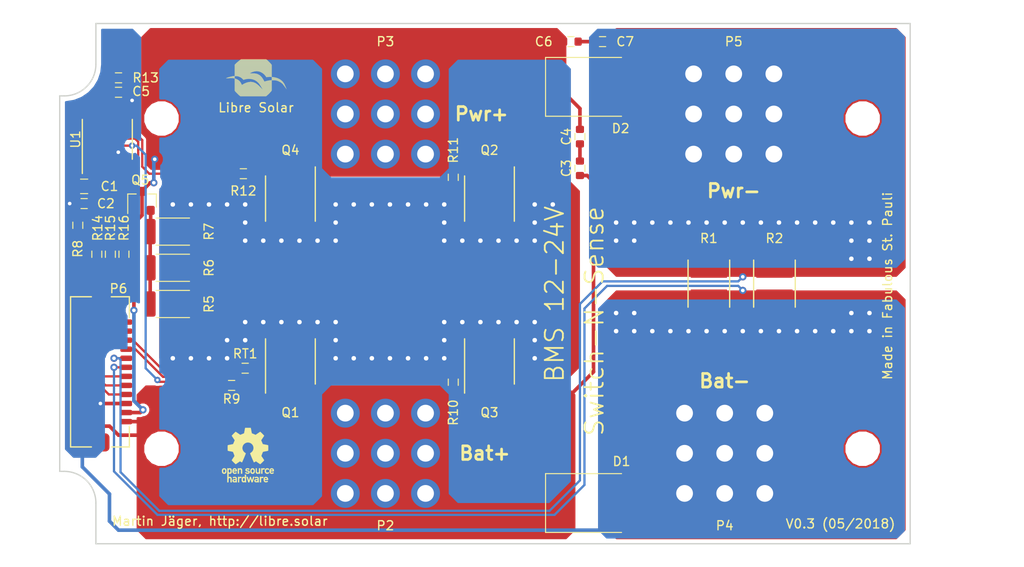
<source format=kicad_pcb>
(kicad_pcb (version 20171130) (host pcbnew "(5.0.0-rc2-dev-444-g2974a2c10)")
  (layers (0 F.Cu signal) (31 B.Cu signal) (34 B.Paste user) (35 F.Paste user) (36 B.SilkS user) (37 F.SilkS user) (38 B.Mask user) (39 F.Mask user) (44 Edge.Cuts user))
  (net 0 "")
  (net 1 "Net-(C1-Pad1)")
  (net 2 "Net-(C1-Pad2)")
  (net 3 GND)
  (net 4 /BAT+)
  (net 5 /LOAD+)
  (net 6 "Net-(C5-Pad1)")
  (net 7 "Net-(C6-Pad2)")
  (net 8 /LOAD-)
  (net 9 /CHG+)
  (net 10 /CHG_G)
  (net 11 /DSG_G)
  (net 12 /PCHG_G)
  (net 13 "Net-(R9-Pad2)")
  (net 14 "Net-(R12-Pad2)")
  (net 15 "Net-(C3-Pad2)")
  (net 16 "Net-(P6-Pad2)")
  (net 17 "Net-(P6-Pad4)")
  (net 18 "Net-(P6-Pad9)")
  (net 19 /CHG_EN)
  (net 20 /DSG_EN)
  (net 21 /PCHG_EN)
  (net 22 "Net-(U1-Pad3)")
  (net 23 "Net-(U1-Pad10)")
  (net 24 "Net-(U1-Pad13)")
  (net 25 "Net-(U1-Pad15)")
  (net 26 "Net-(P6-Pad1)")
  (net 27 "Net-(P6-Pad3)")
  (net 28 "Net-(P6-Pad7)")
  (net 29 "Net-(P6-Pad8)")
  (net 30 "Net-(Q5-Pad2)")
  (module LibreSolar:C_0805_2012 (layer F.Cu) (at 99.2 78 180)
    (fp_text reference C1 (at -2.8 0 180) (layer F.SilkS))
    (fp_text value 1u)
    (pad 1 smd roundrect (at -1 0 180) (size 1.1 1.4) (layers F.Cu F.Paste F.Mask) (roundrect_rratio 0.2) (net 1 "Net-(C1-Pad1)"))
    (pad 2 smd roundrect (at 1 0 180) (size 1.1 1.4) (layers F.Cu F.Paste F.Mask) (roundrect_rratio 0.2) (net 2 "Net-(C1-Pad2)"))
  )
  (module Package_SO:TSSOP-16_4.4x5mm_P0.65mm (layer F.Cu) (at 101.8 72.8 90)
    (fp_text reference U1 (at 0 -3.55 90) (layer F.SilkS))
    (fp_text value BQ76200)
    (pad 16 smd rect (at 2.95 -2.275 90) (size 1.5 0.45) (layers F.Cu F.Paste F.Mask) (net 13 "Net-(R9-Pad2)"))
    (pad 15 smd rect (at 2.95 -1.625 90) (size 1.5 0.45) (layers F.Cu F.Paste F.Mask) (net 25 "Net-(U1-Pad15)"))
    (pad 14 smd rect (at 2.95 -0.975 90) (size 1.5 0.45) (layers F.Cu F.Paste F.Mask) (net 12 /PCHG_G))
    (pad 13 smd rect (at 2.95 -0.325 90) (size 1.5 0.45) (layers F.Cu F.Paste F.Mask) (net 24 "Net-(U1-Pad13)"))
    (pad 12 smd rect (at 2.95 0.325 90) (size 1.5 0.45) (layers F.Cu F.Paste F.Mask) (net 14 "Net-(R12-Pad2)"))
    (pad 11 smd rect (at 2.95 0.975 90) (size 1.5 0.45) (layers F.Cu F.Paste F.Mask) (net 6 "Net-(C5-Pad1)"))
    (pad 10 smd rect (at 2.95 1.625 90) (size 1.5 0.45) (layers F.Cu F.Paste F.Mask) (net 23 "Net-(U1-Pad10)"))
    (pad 9 smd rect (at 2.95 2.275 90) (size 1.5 0.45) (layers F.Cu F.Paste F.Mask) (net 3 GND))
    (pad 8 smd rect (at -2.95 2.275 90) (size 1.5 0.45) (layers F.Cu F.Paste F.Mask) (net 21 /PCHG_EN))
    (pad 7 smd rect (at -2.95 1.625 90) (size 1.5 0.45) (layers F.Cu F.Paste F.Mask) (net 3 GND))
    (pad 6 smd rect (at -2.95 0.975 90) (size 1.5 0.45) (layers F.Cu F.Paste F.Mask) (net 20 /DSG_EN))
    (pad 5 smd rect (at -2.95 0.325 90) (size 1.5 0.45) (layers F.Cu F.Paste F.Mask) (net 3 GND))
    (pad 4 smd rect (at -2.95 -0.325 90) (size 1.5 0.45) (layers F.Cu F.Paste F.Mask) (net 19 /CHG_EN))
    (pad 3 smd rect (at -2.95 -0.975 90) (size 1.5 0.45) (layers F.Cu F.Paste F.Mask) (net 22 "Net-(U1-Pad3)"))
    (pad 2 smd rect (at -2.95 -1.625 90) (size 1.5 0.45) (layers F.Cu F.Paste F.Mask) (net 1 "Net-(C1-Pad1)"))
    (pad 1 smd rect (at -2.95 -2.275 90) (size 1.5 0.45) (layers F.Cu F.Paste F.Mask) (net 2 "Net-(C1-Pad2)"))
  )
  (module MountingHole:MountingHole_3.2mm_M3 (layer F.Cu) (at 107.75 107)
    (fp_text reference REF** hide)
    (fp_text value MountingHole_3.2mm_M3)
    (pad 1 np_thru_hole circle (at 0 0) (size 3.2 3.2) (drill 3.2) (layers *.Cu *.Mask))
  )
  (module MountingHole:MountingHole_3.2mm_M3 (layer F.Cu) (at 107.75 70.5)
    (fp_text reference REF** hide)
    (fp_text value MountingHole_3.2mm_M3)
    (pad 1 np_thru_hole circle (at 0 0) (size 3.2 3.2) (drill 3.2) (layers *.Cu *.Mask))
  )
  (module MountingHole:MountingHole_3.2mm_M3 (layer F.Cu) (at 185.25 107)
    (fp_text reference REF** hide)
    (fp_text value MountingHole_3.2mm_M3)
    (pad 1 np_thru_hole circle (at 0 0) (size 3.2 3.2) (drill 3.2) (layers *.Cu *.Mask))
  )
  (module MountingHole:MountingHole_3.2mm_M3 (layer F.Cu) (at 185.25 70.5)
    (fp_text reference REF** hide)
    (fp_text value MountingHole_3.2mm_M3)
    (pad 1 np_thru_hole circle (at 0 0) (size 3.2 3.2) (drill 3.2) (layers *.Cu *.Mask))
  )
  (module Symbol:OSHW-Logo_5.7x6mm_SilkScreen (layer F.Cu) (at 117.3 107.7)
    (fp_text reference LOGO2 hide)
    (fp_text value OPEN_HARDWARE_1 hide)
  )
  (module LibreSolar:Wuerth_WR-FPC_686112148922 (layer F.Cu) (at 101.2 98.5 270)
    (fp_text reference P6 (at -9.2 -1.8) (layer F.SilkS))
    (fp_text value Conn_Switch-N-Sense)
    (pad "" smd roundrect (at 7.8 0.1 270) (size 2 1.8) (layers F.Cu F.Paste F.Mask))
    (pad "" smd roundrect (at -7.8 0.1 270) (size 2 1.8) (layers F.Cu F.Paste F.Mask))
    (pad 12 smd roundrect (at 5.5 -2.65 270) (size 0.6 1.3) (layers F.Cu F.Paste F.Mask) (net 4 /BAT+))
    (pad 11 smd roundrect (at 4.5 -2.65 270) (size 0.6 1.3) (layers F.Cu F.Paste F.Mask) (net 5 /LOAD+))
    (pad 10 smd roundrect (at 3.5 -2.65 270) (size 0.6 1.3) (layers F.Cu F.Paste F.Mask) (net 3 GND))
    (pad 9 smd roundrect (at 2.5 -2.65 270) (size 0.6 1.3) (layers F.Cu F.Paste F.Mask) (net 18 "Net-(P6-Pad9)"))
    (pad 8 smd roundrect (at 1.5 -2.65 270) (size 0.6 1.3) (layers F.Cu F.Paste F.Mask) (net 29 "Net-(P6-Pad8)"))
    (pad 7 smd roundrect (at 0.5 -2.65 270) (size 0.6 1.3) (layers F.Cu F.Paste F.Mask) (net 28 "Net-(P6-Pad7)"))
    (pad 6 smd roundrect (at -0.5 -2.65 270) (size 0.6 1.3) (layers F.Cu F.Paste F.Mask) (net 3 GND))
    (pad 5 smd roundrect (at -1.5 -2.65 270) (size 0.6 1.3) (layers F.Cu F.Paste F.Mask) (net 8 /LOAD-))
    (pad 4 smd roundrect (at -2.5 -2.65 270) (size 0.6 1.3) (layers F.Cu F.Paste F.Mask) (net 17 "Net-(P6-Pad4)"))
    (pad 3 smd roundrect (at -3.5 -2.65 270) (size 0.6 1.3) (layers F.Cu F.Paste F.Mask) (net 27 "Net-(P6-Pad3)"))
    (pad 2 smd roundrect (at -4.5 -2.65 270) (size 0.6 1.3) (layers F.Cu F.Paste F.Mask) (net 16 "Net-(P6-Pad2)"))
    (pad 1 smd roundrect (at -5.5 -2.65 270) (size 0.6 1.3) (layers F.Cu F.Paste F.Mask) (net 26 "Net-(P6-Pad1)"))
  )
  (module LibreSolar:C_0603_1608 (layer F.Cu) (at 153 62)
    (fp_text reference C6 (at -3 0) (layer F.SilkS))
    (fp_text value 100n)
    (pad 2 smd roundrect (at 0.8 0) (size 0.8 0.9) (layers F.Cu F.Paste F.Mask) (roundrect_rratio 0.2) (net 7 "Net-(C6-Pad2)"))
    (pad 1 smd roundrect (at -0.8 0) (size 0.8 0.9) (layers F.Cu F.Paste F.Mask) (roundrect_rratio 0.2) (net 5 /LOAD+))
  )
  (module LibreSolar:C_0603_1608 (layer F.Cu) (at 99.2 79.9 180)
    (fp_text reference C2 (at -2.4 0 180) (layer F.SilkS))
    (fp_text value 10n)
    (pad 2 smd roundrect (at 0.8 0 180) (size 0.8 0.9) (layers F.Cu F.Paste F.Mask) (roundrect_rratio 0.2) (net 3 GND))
    (pad 1 smd roundrect (at -0.8 0 180) (size 0.8 0.9) (layers F.Cu F.Paste F.Mask) (roundrect_rratio 0.2) (net 1 "Net-(C1-Pad1)"))
  )
  (module LibreSolar:C_0603_1608 (layer F.Cu) (at 154 72.5 90)
    (fp_text reference C4 (at 0 -1.5 90) (layer F.SilkS))
    (fp_text value 100n)
    (pad 2 smd roundrect (at 0.8 0 90) (size 0.8 0.9) (layers F.Cu F.Paste F.Mask) (roundrect_rratio 0.2) (net 5 /LOAD+))
    (pad 1 smd roundrect (at -0.8 0 90) (size 0.8 0.9) (layers F.Cu F.Paste F.Mask) (roundrect_rratio 0.2) (net 15 "Net-(C3-Pad2)"))
  )
  (module LibreSolar:C_0603_1608 (layer F.Cu) (at 103 67.6)
    (fp_text reference C5 (at 2.5 -0.1) (layer F.SilkS))
    (fp_text value 10n)
    (pad 2 smd roundrect (at 0.8 0) (size 0.8 0.9) (layers F.Cu F.Paste F.Mask) (roundrect_rratio 0.2) (net 3 GND))
    (pad 1 smd roundrect (at -0.8 0) (size 0.8 0.9) (layers F.Cu F.Paste F.Mask) (roundrect_rratio 0.2) (net 6 "Net-(C5-Pad1)"))
  )
  (module LibreSolar:C_0603_1608 (layer F.Cu) (at 156.5 62)
    (fp_text reference C7 (at 2.5 0) (layer F.SilkS))
    (fp_text value 100n)
    (pad 2 smd roundrect (at 0.8 0) (size 0.8 0.9) (layers F.Cu F.Paste F.Mask) (roundrect_rratio 0.2) (net 8 /LOAD-))
    (pad 1 smd roundrect (at -0.8 0) (size 0.8 0.9) (layers F.Cu F.Paste F.Mask) (roundrect_rratio 0.2) (net 7 "Net-(C6-Pad2)"))
  )
  (module LibreSolar:C_0603_1608 (layer F.Cu) (at 154 76 90)
    (fp_text reference C3 (at 0 -1.5 90) (layer F.SilkS))
    (fp_text value 100n)
    (pad 2 smd roundrect (at 0.8 0 90) (size 0.8 0.9) (layers F.Cu F.Paste F.Mask) (roundrect_rratio 0.2) (net 15 "Net-(C3-Pad2)"))
    (pad 1 smd roundrect (at -0.8 0 90) (size 0.8 0.9) (layers F.Cu F.Paste F.Mask) (roundrect_rratio 0.2) (net 4 /BAT+))
  )
  (module LibreSolar:D_SMC (layer F.Cu) (at 155 113)
    (fp_text reference D1 (at 3.6 -4.6) (layer F.SilkS))
    (fp_text value SMCJ24A)
    (pad 2 smd roundrect (at 3.4 0 90) (size 3.3 2.5) (layers F.Cu F.Paste F.Mask) (roundrect_rratio 0.2) (net 3 GND))
    (pad 1 smd roundrect (at -3.4 0 90) (size 3.3 2.5) (layers F.Cu F.Paste F.Mask) (roundrect_rratio 0.2) (net 4 /BAT+))
  )
  (module LibreSolar:D_SMC (layer F.Cu) (at 155 67)
    (fp_text reference D2 (at 3.5 4.6) (layer F.SilkS))
    (fp_text value SMCJ24A)
    (pad 2 smd roundrect (at 3.4 0 90) (size 3.3 2.5) (layers F.Cu F.Paste F.Mask) (roundrect_rratio 0.2) (net 8 /LOAD-))
    (pad 1 smd roundrect (at -3.4 0 90) (size 3.3 2.5) (layers F.Cu F.Paste F.Mask) (roundrect_rratio 0.2) (net 5 /LOAD+))
  )
  (module LibreSolar:R_0603_1608 (layer F.Cu) (at 103 66)
    (fp_text reference R13 (at 3 0) (layer F.SilkS))
    (fp_text value 100)
    (pad 2 smd roundrect (at 0.8 0) (size 0.8 0.9) (layers F.Cu F.Paste F.Mask) (roundrect_rratio 0.2) (net 5 /LOAD+))
    (pad 1 smd roundrect (at -0.8 0) (size 0.8 0.9) (layers F.Cu F.Paste F.Mask) (roundrect_rratio 0.2) (net 6 "Net-(C5-Pad1)"))
  )
  (module LibreSolar:R_0603_1608 (layer F.Cu) (at 117 98.1 180)
    (fp_text reference RT1 (at 0 1.6 180) (layer F.SilkS))
    (fp_text value 10k)
    (pad 2 smd roundrect (at 0.8 0 180) (size 0.8 0.9) (layers F.Cu F.Paste F.Mask) (roundrect_rratio 0.2) (net 27 "Net-(P6-Pad3)"))
    (pad 1 smd roundrect (at -0.8 0 180) (size 0.8 0.9) (layers F.Cu F.Paste F.Mask) (roundrect_rratio 0.2) (net 17 "Net-(P6-Pad4)"))
  )
  (module LibreSolar:R_0603_1608 (layer F.Cu) (at 102.1 85.5 90)
    (fp_text reference R15 (at 2.9 0 90) (layer F.SilkS))
    (fp_text value 1k)
    (pad 2 smd roundrect (at 0.8 0 90) (size 0.8 0.9) (layers F.Cu F.Paste F.Mask) (roundrect_rratio 0.2) (net 20 /DSG_EN))
    (pad 1 smd roundrect (at -0.8 0 90) (size 0.8 0.9) (layers F.Cu F.Paste F.Mask) (roundrect_rratio 0.2) (net 29 "Net-(P6-Pad8)"))
  )
  (module LibreSolar:R_0603_1608 (layer F.Cu) (at 103.6 85.5 90)
    (fp_text reference R16 (at 2.9 0 90) (layer F.SilkS))
    (fp_text value 1k)
    (pad 2 smd roundrect (at 0.8 0 90) (size 0.8 0.9) (layers F.Cu F.Paste F.Mask) (roundrect_rratio 0.2) (net 21 /PCHG_EN))
    (pad 1 smd roundrect (at -0.8 0 90) (size 0.8 0.9) (layers F.Cu F.Paste F.Mask) (roundrect_rratio 0.2) (net 28 "Net-(P6-Pad7)"))
  )
  (module LibreSolar:R_0603_1608 (layer F.Cu) (at 100.6 85.5 90)
    (fp_text reference R14 (at 2.9 0.1 90) (layer F.SilkS))
    (fp_text value 1k)
    (pad 2 smd roundrect (at 0.8 0 90) (size 0.8 0.9) (layers F.Cu F.Paste F.Mask) (roundrect_rratio 0.2) (net 19 /CHG_EN))
    (pad 1 smd roundrect (at -0.8 0 90) (size 0.8 0.9) (layers F.Cu F.Paste F.Mask) (roundrect_rratio 0.2) (net 18 "Net-(P6-Pad9)"))
  )
  (module LibreSolar:R_0603_1608 (layer F.Cu) (at 140 77 270)
    (fp_text reference R11 (at -3 0 270) (layer F.SilkS))
    (fp_text value 1M)
    (pad 2 smd roundrect (at 0.8 0 270) (size 0.8 0.9) (layers F.Cu F.Paste F.Mask) (roundrect_rratio 0.2) (net 11 /DSG_G))
    (pad 1 smd roundrect (at -0.8 0 270) (size 0.8 0.9) (layers F.Cu F.Paste F.Mask) (roundrect_rratio 0.2) (net 5 /LOAD+))
  )
  (module LibreSolar:R_0603_1608 (layer F.Cu) (at 140 99.645939 270)
    (fp_text reference R10 (at 3.354061 0 270) (layer F.SilkS))
    (fp_text value 1M)
    (pad 2 smd roundrect (at 0.8 0 270) (size 0.8 0.9) (layers F.Cu F.Paste F.Mask) (roundrect_rratio 0.2) (net 4 /BAT+))
    (pad 1 smd roundrect (at -0.8 0 270) (size 0.8 0.9) (layers F.Cu F.Paste F.Mask) (roundrect_rratio 0.2) (net 10 /CHG_G))
  )
  (module LibreSolar:R_0603_1608 (layer F.Cu) (at 115.5 100 180)
    (fp_text reference R9 (at 0 -1.5 180) (layer F.SilkS))
    (fp_text value 4.7)
    (pad 2 smd roundrect (at 0.8 0 180) (size 0.8 0.9) (layers F.Cu F.Paste F.Mask) (roundrect_rratio 0.2) (net 13 "Net-(R9-Pad2)"))
    (pad 1 smd roundrect (at -0.8 0 180) (size 0.8 0.9) (layers F.Cu F.Paste F.Mask) (roundrect_rratio 0.2) (net 10 /CHG_G))
  )
  (module LibreSolar:R_0603_1608 (layer F.Cu) (at 98.5 82.3 270)
    (fp_text reference R8 (at 2.6 0 270) (layer F.SilkS))
    (fp_text value 100)
    (pad 2 smd roundrect (at 0.8 0 270) (size 0.8 0.9) (layers F.Cu F.Paste F.Mask) (roundrect_rratio 0.2) (net 4 /BAT+))
    (pad 1 smd roundrect (at -0.8 0 270) (size 0.8 0.9) (layers F.Cu F.Paste F.Mask) (roundrect_rratio 0.2) (net 1 "Net-(C1-Pad1)"))
  )
  (module LibreSolar:R_0603_1608 (layer F.Cu) (at 116.8 76.6 180)
    (fp_text reference R12 (at 0 -1.9 180) (layer F.SilkS))
    (fp_text value 4.7)
    (pad 2 smd roundrect (at 0.8 0 180) (size 0.8 0.9) (layers F.Cu F.Paste F.Mask) (roundrect_rratio 0.2) (net 14 "Net-(R12-Pad2)"))
    (pad 1 smd roundrect (at -0.8 0 180) (size 0.8 0.9) (layers F.Cu F.Paste F.Mask) (roundrect_rratio 0.2) (net 11 /DSG_G))
  )
  (module LibreSolar:R_2010_5025 (layer F.Cu) (at 109 91)
    (fp_text reference R5 (at 4 0 90) (layer F.SilkS))
    (fp_text value 330)
    (pad 2 smd roundrect (at 2.5 0) (size 1.2 2.8) (layers F.Cu F.Paste F.Mask) (roundrect_rratio 0.2) (net 9 /CHG+))
    (pad 1 smd roundrect (at -2.5 0) (size 1.2 2.8) (layers F.Cu F.Paste F.Mask) (roundrect_rratio 0.2) (net 30 "Net-(Q5-Pad2)"))
  )
  (module LibreSolar:R_2010_5025 (layer F.Cu) (at 109 83)
    (fp_text reference R7 (at 4 0 90) (layer F.SilkS))
    (fp_text value 330)
    (pad 2 smd roundrect (at 2.5 0) (size 1.2 2.8) (layers F.Cu F.Paste F.Mask) (roundrect_rratio 0.2) (net 9 /CHG+))
    (pad 1 smd roundrect (at -2.5 0) (size 1.2 2.8) (layers F.Cu F.Paste F.Mask) (roundrect_rratio 0.2) (net 30 "Net-(Q5-Pad2)"))
  )
  (module LibreSolar:R_2010_5025 (layer F.Cu) (at 109 87)
    (fp_text reference R6 (at 4 0 90) (layer F.SilkS))
    (fp_text value 330)
    (pad 2 smd roundrect (at 2.5 0) (size 1.2 2.8) (layers F.Cu F.Paste F.Mask) (roundrect_rratio 0.2) (net 9 /CHG+))
    (pad 1 smd roundrect (at -2.5 0) (size 1.2 2.8) (layers F.Cu F.Paste F.Mask) (roundrect_rratio 0.2) (net 30 "Net-(Q5-Pad2)"))
  )
  (module LibreSolar:SOT-23 (layer F.Cu) (at 105.6 79.6 90)
    (fp_text reference Q5 (at 2.3 -0.2) (layer F.SilkS))
    (fp_text value ZXMP6A13F)
    (pad 1 smd roundrect (at -1.05 -0.95 90) (size 1 0.9) (layers F.Cu F.Paste F.Mask) (roundrect_rratio 0.2) (net 12 /PCHG_G))
    (pad 2 smd roundrect (at -1.05 0.95 90) (size 1 0.9) (layers F.Cu F.Paste F.Mask) (roundrect_rratio 0.2) (net 30 "Net-(Q5-Pad2)"))
    (pad 3 smd roundrect (at 1.05 0 90) (size 1 0.9) (layers F.Cu F.Paste F.Mask) (roundrect_rratio 0.2) (net 5 /LOAD+))
  )
  (module LibreSolar:Wuerth_WP-THRBU (layer F.Cu) (at 170 107.5)
    (fp_text reference P4 (at 0 8) (layer F.SilkS))
    (fp_text value CONN_01X01)
    (pad 1 thru_hole circle (at -4.435 -4.435) (size 3.2 3.2) (drill 1.85) (layers *.Cu *.Mask F.Paste) (net 3 GND))
    (pad 1 thru_hole circle (at 0 -4.435) (size 3.2 3.2) (drill 1.85) (layers *.Cu *.Mask F.Paste) (net 3 GND))
    (pad 1 thru_hole circle (at 4.435 -4.435) (size 3.2 3.2) (drill 1.85) (layers *.Cu *.Mask F.Paste) (net 3 GND))
    (pad 1 thru_hole circle (at 4.435 0) (size 3.2 3.2) (drill 1.85) (layers *.Cu *.Mask F.Paste) (net 3 GND))
    (pad 1 thru_hole circle (at 0 0) (size 3.2 3.2) (drill 1.85) (layers *.Cu *.Mask F.Paste) (net 3 GND))
    (pad 1 thru_hole circle (at -4.435 0) (size 3.2 3.2) (drill 1.85) (layers *.Cu *.Mask F.Paste) (net 3 GND))
    (pad 1 thru_hole circle (at -4.435 4.435) (size 3.2 3.2) (drill 1.85) (layers *.Cu *.Mask F.Paste) (net 3 GND))
    (pad 1 thru_hole circle (at 0 4.435) (size 3.2 3.2) (drill 1.85) (layers *.Cu *.Mask F.Paste) (net 3 GND))
    (pad 1 thru_hole circle (at 4.435 4.435) (size 3.2 3.2) (drill 1.85) (layers *.Cu *.Mask F.Paste) (net 3 GND))
  )
  (module LibreSolar:Wuerth_WP-THRBU (layer F.Cu) (at 171 70)
    (fp_text reference P5 (at 0 -8) (layer F.SilkS))
    (fp_text value CONN_01X01)
    (pad 1 thru_hole circle (at -4.435 -4.435) (size 3.2 3.2) (drill 1.85) (layers *.Cu *.Mask F.Paste) (net 8 /LOAD-))
    (pad 1 thru_hole circle (at 0 -4.435) (size 3.2 3.2) (drill 1.85) (layers *.Cu *.Mask F.Paste) (net 8 /LOAD-))
    (pad 1 thru_hole circle (at 4.435 -4.435) (size 3.2 3.2) (drill 1.85) (layers *.Cu *.Mask F.Paste) (net 8 /LOAD-))
    (pad 1 thru_hole circle (at 4.435 0) (size 3.2 3.2) (drill 1.85) (layers *.Cu *.Mask F.Paste) (net 8 /LOAD-))
    (pad 1 thru_hole circle (at 0 0) (size 3.2 3.2) (drill 1.85) (layers *.Cu *.Mask F.Paste) (net 8 /LOAD-))
    (pad 1 thru_hole circle (at -4.435 0) (size 3.2 3.2) (drill 1.85) (layers *.Cu *.Mask F.Paste) (net 8 /LOAD-))
    (pad 1 thru_hole circle (at -4.435 4.435) (size 3.2 3.2) (drill 1.85) (layers *.Cu *.Mask F.Paste) (net 8 /LOAD-))
    (pad 1 thru_hole circle (at 0 4.435) (size 3.2 3.2) (drill 1.85) (layers *.Cu *.Mask F.Paste) (net 8 /LOAD-))
    (pad 1 thru_hole circle (at 4.435 4.435) (size 3.2 3.2) (drill 1.85) (layers *.Cu *.Mask F.Paste) (net 8 /LOAD-))
  )
  (module LibreSolar:Wuerth_WP-THRBU (layer F.Cu) (at 132.5 107.5)
    (fp_text reference P2 (at 0 8) (layer F.SilkS))
    (fp_text value CONN_01X01)
    (pad 1 thru_hole circle (at -4.435 -4.435) (size 3.2 3.2) (drill 1.85) (layers *.Cu *.Mask F.Paste) (net 4 /BAT+))
    (pad 1 thru_hole circle (at 0 -4.435) (size 3.2 3.2) (drill 1.85) (layers *.Cu *.Mask F.Paste) (net 4 /BAT+))
    (pad 1 thru_hole circle (at 4.435 -4.435) (size 3.2 3.2) (drill 1.85) (layers *.Cu *.Mask F.Paste) (net 4 /BAT+))
    (pad 1 thru_hole circle (at 4.435 0) (size 3.2 3.2) (drill 1.85) (layers *.Cu *.Mask F.Paste) (net 4 /BAT+))
    (pad 1 thru_hole circle (at 0 0) (size 3.2 3.2) (drill 1.85) (layers *.Cu *.Mask F.Paste) (net 4 /BAT+))
    (pad 1 thru_hole circle (at -4.435 0) (size 3.2 3.2) (drill 1.85) (layers *.Cu *.Mask F.Paste) (net 4 /BAT+))
    (pad 1 thru_hole circle (at -4.435 4.435) (size 3.2 3.2) (drill 1.85) (layers *.Cu *.Mask F.Paste) (net 4 /BAT+))
    (pad 1 thru_hole circle (at 0 4.435) (size 3.2 3.2) (drill 1.85) (layers *.Cu *.Mask F.Paste) (net 4 /BAT+))
    (pad 1 thru_hole circle (at 4.435 4.435) (size 3.2 3.2) (drill 1.85) (layers *.Cu *.Mask F.Paste) (net 4 /BAT+))
  )
  (module LibreSolar:Wuerth_WP-THRBU (layer F.Cu) (at 132.5 70)
    (fp_text reference P3 (at 0 -8) (layer F.SilkS))
    (fp_text value CONN_01X01)
    (pad 1 thru_hole circle (at -4.435 -4.435) (size 3.2 3.2) (drill 1.85) (layers *.Cu *.Mask F.Paste) (net 5 /LOAD+))
    (pad 1 thru_hole circle (at 0 -4.435) (size 3.2 3.2) (drill 1.85) (layers *.Cu *.Mask F.Paste) (net 5 /LOAD+))
    (pad 1 thru_hole circle (at 4.435 -4.435) (size 3.2 3.2) (drill 1.85) (layers *.Cu *.Mask F.Paste) (net 5 /LOAD+))
    (pad 1 thru_hole circle (at 4.435 0) (size 3.2 3.2) (drill 1.85) (layers *.Cu *.Mask F.Paste) (net 5 /LOAD+))
    (pad 1 thru_hole circle (at 0 0) (size 3.2 3.2) (drill 1.85) (layers *.Cu *.Mask F.Paste) (net 5 /LOAD+))
    (pad 1 thru_hole circle (at -4.435 0) (size 3.2 3.2) (drill 1.85) (layers *.Cu *.Mask F.Paste) (net 5 /LOAD+))
    (pad 1 thru_hole circle (at -4.435 4.435) (size 3.2 3.2) (drill 1.85) (layers *.Cu *.Mask F.Paste) (net 5 /LOAD+))
    (pad 1 thru_hole circle (at 0 4.435) (size 3.2 3.2) (drill 1.85) (layers *.Cu *.Mask F.Paste) (net 5 /LOAD+))
    (pad 1 thru_hole circle (at 4.435 4.435) (size 3.2 3.2) (drill 1.85) (layers *.Cu *.Mask F.Paste) (net 5 /LOAD+))
  )
  (module LibreSolar:5X6_MOSFET (layer F.Cu) (at 122 78.85 180)
    (fp_text reference Q4 (at 0 4.85 180) (layer F.SilkS))
    (fp_text value BSC014N04LS hide)
    (pad D smd rect (at -1.15 -0.3 270) (size 0.6 0.9) (layers F.Cu F.Paste) (net 9 /CHG+))
    (pad D smd rect (at -1.15 0.55 270) (size 0.6 0.9) (layers F.Cu F.Paste) (net 9 /CHG+))
    (pad D smd rect (at -1.15 -1.15 270) (size 0.6 0.9) (layers F.Cu F.Paste) (net 9 /CHG+))
    (pad D smd rect (at 1.15 -0.3 270) (size 0.6 0.9) (layers F.Cu F.Paste) (net 9 /CHG+))
    (pad D smd rect (at 1.15 0.55 270) (size 0.6 0.9) (layers F.Cu F.Paste) (net 9 /CHG+))
    (pad D smd rect (at 1.15 -1.15 270) (size 0.6 0.9) (layers F.Cu F.Paste) (net 9 /CHG+))
    (pad D smd rect (at 0 -1.15 270) (size 0.6 0.9) (layers F.Cu F.Paste) (net 9 /CHG+))
    (pad D smd rect (at 0 0.55 270) (size 0.6 0.9) (layers F.Cu F.Paste) (net 9 /CHG+))
    (pad D smd rect (at -1.875 -3 180) (size 0.6 0.9) (layers F.Cu F.Paste) (net 9 /CHG+))
    (pad D smd rect (at 1.875 -3 180) (size 0.6 0.9) (layers F.Cu F.Paste) (net 9 /CHG+))
    (pad D smd rect (at -0.6 -3 180) (size 0.6 0.9) (layers F.Cu F.Paste) (net 9 /CHG+))
    (pad S smd rect (at -0.635 2.725 180) (size 0.7 1.15) (layers F.Cu F.Paste F.Mask) (net 5 /LOAD+))
    (pad S smd rect (at -1.905 2.725 180) (size 0.7 1.15) (layers F.Cu F.Paste F.Mask) (net 5 /LOAD+))
    (pad S smd rect (at 0.635 2.725 180) (size 0.7 1.15) (layers F.Cu F.Paste F.Mask) (net 5 /LOAD+))
    (pad D smd rect (at 0 -2.75 180) (size 4.7 1.55) (layers F.Cu F.Mask) (net 9 /CHG+))
    (pad D smd rect (at 0 -0.45 180) (size 4.2 3.1) (layers F.Cu F.Mask) (net 9 /CHG+))
    (pad G smd rect (at 1.905 2.725 180) (size 0.7 1.15) (layers F.Cu F.Paste F.Mask) (net 11 /DSG_G))
    (pad D smd rect (at 0.6 -3 180) (size 0.6 0.9) (layers F.Cu F.Paste) (net 9 /CHG+))
    (pad D smd rect (at 0 -0.3 270) (size 0.6 0.9) (layers F.Cu F.Paste) (net 9 /CHG+))
  )
  (module LibreSolar:5X6_MOSFET (layer F.Cu) (at 122 97.85)
    (fp_text reference Q1 (at 0 5.15) (layer F.SilkS))
    (fp_text value BSC014N04LS hide)
    (pad D smd rect (at -1.15 -0.3 90) (size 0.6 0.9) (layers F.Cu F.Paste) (net 9 /CHG+))
    (pad D smd rect (at -1.15 0.55 90) (size 0.6 0.9) (layers F.Cu F.Paste) (net 9 /CHG+))
    (pad D smd rect (at -1.15 -1.15 90) (size 0.6 0.9) (layers F.Cu F.Paste) (net 9 /CHG+))
    (pad D smd rect (at 1.15 -0.3 90) (size 0.6 0.9) (layers F.Cu F.Paste) (net 9 /CHG+))
    (pad D smd rect (at 1.15 0.55 90) (size 0.6 0.9) (layers F.Cu F.Paste) (net 9 /CHG+))
    (pad D smd rect (at 1.15 -1.15 90) (size 0.6 0.9) (layers F.Cu F.Paste) (net 9 /CHG+))
    (pad D smd rect (at 0 -1.15 90) (size 0.6 0.9) (layers F.Cu F.Paste) (net 9 /CHG+))
    (pad D smd rect (at 0 0.55 90) (size 0.6 0.9) (layers F.Cu F.Paste) (net 9 /CHG+))
    (pad D smd rect (at -1.875 -3) (size 0.6 0.9) (layers F.Cu F.Paste) (net 9 /CHG+))
    (pad D smd rect (at 1.875 -3) (size 0.6 0.9) (layers F.Cu F.Paste) (net 9 /CHG+))
    (pad D smd rect (at -0.6 -3) (size 0.6 0.9) (layers F.Cu F.Paste) (net 9 /CHG+))
    (pad S smd rect (at -0.635 2.725) (size 0.7 1.15) (layers F.Cu F.Paste F.Mask) (net 4 /BAT+))
    (pad S smd rect (at -1.905 2.725) (size 0.7 1.15) (layers F.Cu F.Paste F.Mask) (net 4 /BAT+))
    (pad S smd rect (at 0.635 2.725) (size 0.7 1.15) (layers F.Cu F.Paste F.Mask) (net 4 /BAT+))
    (pad D smd rect (at 0 -2.75) (size 4.7 1.55) (layers F.Cu F.Mask) (net 9 /CHG+))
    (pad D smd rect (at 0 -0.45) (size 4.2 3.1) (layers F.Cu F.Mask) (net 9 /CHG+))
    (pad G smd rect (at 1.905 2.725) (size 0.7 1.15) (layers F.Cu F.Paste F.Mask) (net 10 /CHG_G))
    (pad D smd rect (at 0.6 -3) (size 0.6 0.9) (layers F.Cu F.Paste) (net 9 /CHG+))
    (pad D smd rect (at 0 -0.3 90) (size 0.6 0.9) (layers F.Cu F.Paste) (net 9 /CHG+))
  )
  (module LibreSolar:5X6_MOSFET (layer F.Cu) (at 144 78.85 180)
    (fp_text reference Q2 (at 0 4.85 180) (layer F.SilkS))
    (fp_text value BSC014N04LS hide)
    (pad D smd rect (at -1.15 -0.3 270) (size 0.6 0.9) (layers F.Cu F.Paste) (net 9 /CHG+))
    (pad D smd rect (at -1.15 0.55 270) (size 0.6 0.9) (layers F.Cu F.Paste) (net 9 /CHG+))
    (pad D smd rect (at -1.15 -1.15 270) (size 0.6 0.9) (layers F.Cu F.Paste) (net 9 /CHG+))
    (pad D smd rect (at 1.15 -0.3 270) (size 0.6 0.9) (layers F.Cu F.Paste) (net 9 /CHG+))
    (pad D smd rect (at 1.15 0.55 270) (size 0.6 0.9) (layers F.Cu F.Paste) (net 9 /CHG+))
    (pad D smd rect (at 1.15 -1.15 270) (size 0.6 0.9) (layers F.Cu F.Paste) (net 9 /CHG+))
    (pad D smd rect (at 0 -1.15 270) (size 0.6 0.9) (layers F.Cu F.Paste) (net 9 /CHG+))
    (pad D smd rect (at 0 0.55 270) (size 0.6 0.9) (layers F.Cu F.Paste) (net 9 /CHG+))
    (pad D smd rect (at -1.875 -3 180) (size 0.6 0.9) (layers F.Cu F.Paste) (net 9 /CHG+))
    (pad D smd rect (at 1.875 -3 180) (size 0.6 0.9) (layers F.Cu F.Paste) (net 9 /CHG+))
    (pad D smd rect (at -0.6 -3 180) (size 0.6 0.9) (layers F.Cu F.Paste) (net 9 /CHG+))
    (pad S smd rect (at -0.635 2.725 180) (size 0.7 1.15) (layers F.Cu F.Paste F.Mask) (net 5 /LOAD+))
    (pad S smd rect (at -1.905 2.725 180) (size 0.7 1.15) (layers F.Cu F.Paste F.Mask) (net 5 /LOAD+))
    (pad S smd rect (at 0.635 2.725 180) (size 0.7 1.15) (layers F.Cu F.Paste F.Mask) (net 5 /LOAD+))
    (pad D smd rect (at 0 -2.75 180) (size 4.7 1.55) (layers F.Cu F.Mask) (net 9 /CHG+))
    (pad D smd rect (at 0 -0.45 180) (size 4.2 3.1) (layers F.Cu F.Mask) (net 9 /CHG+))
    (pad G smd rect (at 1.905 2.725 180) (size 0.7 1.15) (layers F.Cu F.Paste F.Mask) (net 11 /DSG_G))
    (pad D smd rect (at 0.6 -3 180) (size 0.6 0.9) (layers F.Cu F.Paste) (net 9 /CHG+))
    (pad D smd rect (at 0 -0.3 270) (size 0.6 0.9) (layers F.Cu F.Paste) (net 9 /CHG+))
  )
  (module LibreSolar:5X6_MOSFET (layer F.Cu) (at 144 97.85)
    (fp_text reference Q3 (at 0 5.15) (layer F.SilkS))
    (fp_text value BSC014N04LS hide)
    (pad D smd rect (at -1.15 -0.3 90) (size 0.6 0.9) (layers F.Cu F.Paste) (net 9 /CHG+))
    (pad D smd rect (at -1.15 0.55 90) (size 0.6 0.9) (layers F.Cu F.Paste) (net 9 /CHG+))
    (pad D smd rect (at -1.15 -1.15 90) (size 0.6 0.9) (layers F.Cu F.Paste) (net 9 /CHG+))
    (pad D smd rect (at 1.15 -0.3 90) (size 0.6 0.9) (layers F.Cu F.Paste) (net 9 /CHG+))
    (pad D smd rect (at 1.15 0.55 90) (size 0.6 0.9) (layers F.Cu F.Paste) (net 9 /CHG+))
    (pad D smd rect (at 1.15 -1.15 90) (size 0.6 0.9) (layers F.Cu F.Paste) (net 9 /CHG+))
    (pad D smd rect (at 0 -1.15 90) (size 0.6 0.9) (layers F.Cu F.Paste) (net 9 /CHG+))
    (pad D smd rect (at 0 0.55 90) (size 0.6 0.9) (layers F.Cu F.Paste) (net 9 /CHG+))
    (pad D smd rect (at -1.875 -3) (size 0.6 0.9) (layers F.Cu F.Paste) (net 9 /CHG+))
    (pad D smd rect (at 1.875 -3) (size 0.6 0.9) (layers F.Cu F.Paste) (net 9 /CHG+))
    (pad D smd rect (at -0.6 -3) (size 0.6 0.9) (layers F.Cu F.Paste) (net 9 /CHG+))
    (pad S smd rect (at -0.635 2.725) (size 0.7 1.15) (layers F.Cu F.Paste F.Mask) (net 4 /BAT+))
    (pad S smd rect (at -1.905 2.725) (size 0.7 1.15) (layers F.Cu F.Paste F.Mask) (net 4 /BAT+))
    (pad S smd rect (at 0.635 2.725) (size 0.7 1.15) (layers F.Cu F.Paste F.Mask) (net 4 /BAT+))
    (pad D smd rect (at 0 -2.75) (size 4.7 1.55) (layers F.Cu F.Mask) (net 9 /CHG+))
    (pad D smd rect (at 0 -0.45) (size 4.2 3.1) (layers F.Cu F.Mask) (net 9 /CHG+))
    (pad G smd rect (at 1.905 2.725) (size 0.7 1.15) (layers F.Cu F.Paste F.Mask) (net 10 /CHG_G))
    (pad D smd rect (at 0.6 -3) (size 0.6 0.9) (layers F.Cu F.Paste) (net 9 /CHG+))
    (pad D smd rect (at 0 -0.3 90) (size 0.6 0.9) (layers F.Cu F.Paste) (net 9 /CHG+))
  )
  (module LibreSolar:R_Bourns_CRE2512 (layer F.Cu) (at 175.5 88.75 270)
    (fp_text reference R2 (at -5 0) (layer F.SilkS))
    (fp_text value 2m)
    (pad 2 smd rect (at 2.2 0 270) (size 3.1 4) (layers F.Cu F.Paste F.Mask) (net 3 GND))
    (pad 1 smd rect (at -2.2 0 270) (size 3.1 4) (layers F.Cu F.Paste F.Mask) (net 8 /LOAD-))
  )
  (module LibreSolar:R_Bourns_CRE2512 (layer F.Cu) (at 168.25 88.75 270)
    (fp_text reference R1 (at -5 0) (layer F.SilkS))
    (fp_text value 2m)
    (pad 2 smd rect (at 2.2 0 270) (size 3.1 4) (layers F.Cu F.Paste F.Mask) (net 3 GND))
    (pad 1 smd rect (at -2.2 0 270) (size 3.1 4) (layers F.Cu F.Paste F.Mask) (net 8 /LOAD-))
  )
  (module LibreSolar:LIBRESOLAR_LOGO (layer F.Cu) (at 115.9 68)
    (fp_text reference LOGO1 hide)
    (fp_text value LIBRE_SOLAR hide)
    (fp_text user "Libre Solar" (at 2.3 1.3) (layer F.SilkS))
  )
  (gr_text "Made in Fabulous St. Pauli" (at 188 89 90) (layer F.SilkS) (effects (font (size 1 1))))
  (gr_text "V0.3 (05/2018)" (at 182.8 115.3) (layer F.SilkS) (effects (font (size 1 1))))
  (gr_text "Martin Jäger, http://libre.solar" (at 102.2 115) (layer F.SilkS) (effects (font (size 1 1)) (justify left)))
  (gr_text Switch-N-Sense (at 155.6 92.9 90) (layer F.SilkS) (effects (font (size 2 2) (thickness 0.2))))
  (gr_text "BMS 12-24V" (at 151.2 99.8 90) (layer F.SilkS) (effects (font (size 2 2) (thickness 0.2)) (justify left)))
  (gr_arc (start 97 64.5) (end 97 68) (angle -90) (layer Edge.Cuts) (width 0.15))
  (gr_arc (start 97 113) (end 100.5 113) (angle -90) (layer Edge.Cuts) (width 0.15))
  (gr_line (start 96.5 68) (end 96.5 109.5) (layer Edge.Cuts) (width 0.15))
  (gr_line (start 100.5 113) (end 100.5 117.5) (layer Edge.Cuts) (width 0.15))
  (gr_line (start 97 109.5) (end 96.5 109.5) (layer Edge.Cuts) (width 0.15))
  (gr_line (start 97 68) (end 96.5 68) (layer Edge.Cuts) (width 0.15))
  (gr_line (start 100.5 60) (end 100.5 64.5) (layer Edge.Cuts) (width 0.15))
  (gr_line (start 190.5 117.5) (end 190.5 60) (layer Edge.Cuts) (width 0.15))
  (gr_text Bat+ (at 140.5 107.5) (layer F.SilkS) (effects (font (size 1.5 1.5) (thickness 0.3)) (justify left)))
  (gr_text Pwr+ (at 140 70) (layer F.SilkS) (effects (font (size 1.5 1.5) (thickness 0.3)) (justify left)))
  (gr_text Bat- (at 170 99.5) (layer F.SilkS) (effects (font (size 1.5 1.5) (thickness 0.3))))
  (gr_text Pwr- (at 171 78.5) (layer F.SilkS) (effects (font (size 1.5 1.5) (thickness 0.3))))
  (gr_line (start 190.5 60) (end 100.5 60) (layer Edge.Cuts) (width 0.15))
  (gr_line (start 100.5 117.5) (end 190.5 117.5) (angle 90) (layer Edge.Cuts) (width 0.15))
  (segment (start 186 92) (end 186 94) (width 0.25) (layer B.Cu) (net 3))
  (via (at 186 94) (size 1) (drill 0.5) (layers F.Cu B.Cu) (net 3))
  (segment (start 184 92) (end 186 92) (width 0.25) (layer F.Cu) (net 3))
  (via (at 186 92) (size 1) (drill 0.5) (layers F.Cu B.Cu) (net 3))
  (segment (start 184 94) (end 184 92) (width 0.25) (layer B.Cu) (net 3))
  (via (at 184 92) (size 1) (drill 0.5) (layers F.Cu B.Cu) (net 3))
  (segment (start 182 94) (end 184 94) (width 0.25) (layer F.Cu) (net 3))
  (via (at 184 94) (size 1) (drill 0.5) (layers F.Cu B.Cu) (net 3))
  (segment (start 158 92) (end 158 94) (width 0.25) (layer B.Cu) (net 3))
  (via (at 158 94) (size 1) (drill 0.5) (layers F.Cu B.Cu) (net 3))
  (segment (start 160 92) (end 158 92) (width 0.25) (layer F.Cu) (net 3))
  (via (at 158 92) (size 1) (drill 0.5) (layers F.Cu B.Cu) (net 3))
  (segment (start 160 94) (end 160 92) (width 0.25) (layer B.Cu) (net 3))
  (via (at 160 92) (size 1) (drill 0.5) (layers F.Cu B.Cu) (net 3))
  (segment (start 162 94) (end 160 94) (width 0.25) (layer F.Cu) (net 3))
  (via (at 160 94) (size 1) (drill 0.5) (layers F.Cu B.Cu) (net 3))
  (segment (start 180 94) (end 182 94) (width 0.25) (layer F.Cu) (net 3))
  (via (at 182 94) (size 1) (drill 0.5) (layers F.Cu B.Cu) (net 3))
  (segment (start 178 94) (end 180 94) (width 0.25) (layer B.Cu) (net 3))
  (via (at 180 94) (size 1) (drill 0.5) (layers F.Cu B.Cu) (net 3))
  (segment (start 176 94) (end 178 94) (width 0.25) (layer F.Cu) (net 3))
  (via (at 178 94) (size 1) (drill 0.5) (layers F.Cu B.Cu) (net 3))
  (segment (start 174 94) (end 176 94) (width 0.25) (layer B.Cu) (net 3))
  (via (at 176 94) (size 1) (drill 0.5) (layers F.Cu B.Cu) (net 3))
  (segment (start 172 94) (end 174 94) (width 0.25) (layer F.Cu) (net 3))
  (via (at 174 94) (size 1) (drill 0.5) (layers F.Cu B.Cu) (net 3))
  (segment (start 170 94) (end 172 94) (width 0.25) (layer B.Cu) (net 3))
  (via (at 172 94) (size 1) (drill 0.5) (layers F.Cu B.Cu) (net 3))
  (segment (start 168 94) (end 170 94) (width 0.25) (layer F.Cu) (net 3))
  (via (at 170 94) (size 1) (drill 0.5) (layers F.Cu B.Cu) (net 3))
  (segment (start 166 94) (end 168 94) (width 0.25) (layer B.Cu) (net 3))
  (via (at 168 94) (size 1) (drill 0.5) (layers F.Cu B.Cu) (net 3))
  (segment (start 164 94) (end 166 94) (width 0.25) (layer F.Cu) (net 3))
  (via (at 166 94) (size 1) (drill 0.5) (layers F.Cu B.Cu) (net 3))
  (segment (start 162 94) (end 164 94) (width 0.25) (layer B.Cu) (net 3))
  (via (at 164 94) (size 1) (drill 0.5) (layers F.Cu B.Cu) (net 3))
  (segment (start 163 90.95) (end 163 92.75) (width 0.25) (layer F.Cu) (net 3))
  (segment (start 163 92.75) (end 162 93.75) (width 0.25) (layer F.Cu) (net 3))
  (segment (start 162 93.75) (end 162 94) (width 0.25) (layer F.Cu) (net 3))
  (via (at 162 94) (size 1) (drill 0.5) (layers F.Cu B.Cu) (net 3))
  (segment (start 172 89.5) (end 171.5 89) (width 0.25) (layer B.Cu) (net 3))
  (segment (start 171.5 89) (end 157 89) (width 0.25) (layer B.Cu) (net 3))
  (segment (start 107.310012 114.310012) (end 102.5 109.5) (width 0.25) (layer B.Cu) (net 3))
  (segment (start 102.5 109.5) (end 102.5 98) (width 0.25) (layer B.Cu) (net 3))
  (segment (start 157 89) (end 154.5 91.5) (width 0.25) (layer B.Cu) (net 3))
  (segment (start 154.5 91.5) (end 154.5 111) (width 0.25) (layer B.Cu) (net 3))
  (segment (start 154.5 111) (end 151.189988 114.310012) (width 0.25) (layer B.Cu) (net 3))
  (segment (start 151.189988 114.310012) (end 107.310012 114.310012) (width 0.25) (layer B.Cu) (net 3))
  (segment (start 102.5 98) (end 103.85 98) (width 0.25) (layer F.Cu) (net 3))
  (via (at 102.5 98) (size 0.8) (drill 0.4) (layers F.Cu B.Cu) (net 3))
  (segment (start 175 90.95) (end 172.75 90.95) (width 0.25) (layer F.Cu) (net 3))
  (segment (start 172.75 90.95) (end 172 90.2) (width 0.25) (layer F.Cu) (net 3))
  (segment (start 172 90.2) (end 172 89.5) (width 0.25) (layer F.Cu) (net 3))
  (via (at 172 89.5) (size 0.8) (drill 0.4) (layers F.Cu B.Cu) (net 3))
  (segment (start 165.565 112.435) (end 165.565 114.697741) (width 0.4) (layer B.Cu) (net 3))
  (segment (start 165.565 114.697741) (end 164.262741 116) (width 0.4) (layer B.Cu) (net 3))
  (segment (start 164.262741 116) (end 103 116) (width 0.4) (layer B.Cu) (net 3))
  (segment (start 103 116) (end 102 115) (width 0.4) (layer B.Cu) (net 3))
  (segment (start 102 115) (end 102 112) (width 0.4) (layer B.Cu) (net 3))
  (segment (start 102 112) (end 99 109) (width 0.4) (layer B.Cu) (net 3))
  (segment (start 99 109) (end 99 105) (width 0.4) (layer B.Cu) (net 3))
  (segment (start 103.85 102) (end 101 102) (width 0.4) (layer F.Cu) (net 3))
  (via (at 101 102) (size 0.8) (drill 0.4) (layers F.Cu B.Cu) (net 3))
  (segment (start 103.425 75.75) (end 103.425 74.6) (width 0.4) (layer F.Cu) (net 3))
  (segment (start 102.49999 74.22501) (end 102.97479 74.22501) (width 0.4) (layer F.Cu) (net 3))
  (segment (start 102.125 74.6) (end 102.49999 74.22501) (width 0.4) (layer F.Cu) (net 3))
  (via (at 102.97479 74.22501) (size 0.8) (drill 0.4) (layers F.Cu B.Cu) (net 3))
  (segment (start 102.125 75.75) (end 102.125 74.6) (width 0.4) (layer F.Cu) (net 3))
  (segment (start 103.05001 74.22501) (end 102.97479 74.22501) (width 0.4) (layer F.Cu) (net 3))
  (segment (start 103.425 74.6) (end 103.05001 74.22501) (width 0.4) (layer F.Cu) (net 3))
  (segment (start 104.075 69.85) (end 104.075 68.925) (width 0.4) (layer F.Cu) (net 3))
  (segment (start 104.075 68.925) (end 104.5 68.5) (width 0.4) (layer F.Cu) (net 3))
  (segment (start 103.8 67.6) (end 103.8 67.8) (width 0.4) (layer F.Cu) (net 3))
  (segment (start 103.8 67.8) (end 104.5 68.5) (width 0.4) (layer F.Cu) (net 3))
  (via (at 104.5 68.5) (size 0.8) (drill 0.4) (layers F.Cu B.Cu) (net 3))
  (segment (start 103 105.5) (end 105.5 105.5) (width 0.4) (layer F.Cu) (net 4))
  (segment (start 102 104.5) (end 103 105.5) (width 0.4) (layer F.Cu) (net 4))
  (segment (start 101 104.5) (end 102 104.5) (width 0.4) (layer F.Cu) (net 4))
  (segment (start 98 101.5) (end 101 104.5) (width 0.4) (layer F.Cu) (net 4))
  (segment (start 98 87.25) (end 98 101.5) (width 0.4) (layer F.Cu) (net 4))
  (segment (start 98.5 86.75) (end 98 87.25) (width 0.4) (layer F.Cu) (net 4))
  (segment (start 98.5 83.1) (end 98.5 86.75) (width 0.4) (layer F.Cu) (net 4))
  (segment (start 103.85 104) (end 106.25 104) (width 0.4) (layer F.Cu) (net 4))
  (segment (start 154 76.8) (end 154.8 76.8) (width 0.4) (layer F.Cu) (net 4))
  (segment (start 154.8 76.8) (end 155.5 77.5) (width 0.4) (layer F.Cu) (net 4))
  (segment (start 155.5 77.5) (end 155.5 98.5) (width 0.4) (layer F.Cu) (net 4))
  (segment (start 155.5 98.5) (end 151 103) (width 0.4) (layer F.Cu) (net 4))
  (segment (start 151 103) (end 144.5 103) (width 0.4) (layer F.Cu) (net 4))
  (segment (start 144.5 103) (end 143.785 102.285) (width 0.4) (layer F.Cu) (net 4))
  (segment (start 143.785 102.285) (end 143.785 100.875) (width 0.4) (layer F.Cu) (net 4))
  (segment (start 106.9 77.6) (end 106.9 75.1) (width 0.4) (layer B.Cu) (net 5))
  (segment (start 106.9 75.1) (end 107 75) (width 0.4) (layer B.Cu) (net 5))
  (via (at 107 75) (size 0.8) (drill 0.4) (layers F.Cu B.Cu) (net 5))
  (via (at 106.9 77.6) (size 0.8) (drill 0.4) (layers F.Cu B.Cu) (net 5))
  (segment (start 103.85 103) (end 105.4 103) (width 0.4) (layer F.Cu) (net 5))
  (segment (start 105.4 103) (end 105.7 102.7) (width 0.4) (layer F.Cu) (net 5))
  (segment (start 104.7 91.7) (end 104.7 101.7) (width 0.4) (layer B.Cu) (net 5))
  (segment (start 104.7 101.7) (end 105.7 102.7) (width 0.4) (layer B.Cu) (net 5))
  (via (at 105.7 102.7) (size 0.8) (drill 0.4) (layers F.Cu B.Cu) (net 5))
  (via (at 104.7 91.7) (size 0.8) (drill 0.4) (layers F.Cu B.Cu) (net 5))
  (segment (start 103.8 66) (end 106.8 66) (width 0.4) (layer F.Cu) (net 5))
  (segment (start 154 71.7) (end 154 69.4) (width 0.4) (layer F.Cu) (net 5))
  (segment (start 154 69.4) (end 151.6 67) (width 0.4) (layer F.Cu) (net 5))
  (segment (start 104.7 82.1) (end 104.7 91.7) (width 0.4) (layer F.Cu) (net 5))
  (segment (start 105.6 81.2) (end 105.6 78.55) (width 0.4) (layer F.Cu) (net 5))
  (segment (start 104.7 82.1) (end 105.6 81.2) (width 0.4) (layer F.Cu) (net 5))
  (segment (start 106.5 77.6) (end 106.9 77.6) (width 0.4) (layer F.Cu) (net 5))
  (segment (start 105.6 78.55) (end 105.6 78.5) (width 0.4) (layer F.Cu) (net 5))
  (segment (start 105.6 78.5) (end 106.5 77.6) (width 0.4) (layer F.Cu) (net 5))
  (segment (start 102.775 69.85) (end 102.775 68.175) (width 0.25) (layer F.Cu) (net 6))
  (segment (start 102.775 68.175) (end 102.2 67.6) (width 0.25) (layer F.Cu) (net 6))
  (segment (start 102.2 66) (end 102.2 67.6) (width 0.25) (layer F.Cu) (net 6))
  (segment (start 155.7 62) (end 153.8 62) (width 0.4) (layer F.Cu) (net 7))
  (segment (start 184 86) (end 186 86) (width 0.25) (layer B.Cu) (net 8))
  (via (at 186 86) (size 1) (drill 0.5) (layers F.Cu B.Cu) (net 8))
  (segment (start 184 84) (end 184 86) (width 0.25) (layer F.Cu) (net 8))
  (via (at 184 86) (size 1) (drill 0.5) (layers F.Cu B.Cu) (net 8))
  (via (at 184 84) (size 1) (drill 0.5) (layers F.Cu B.Cu) (net 8))
  (segment (start 186 84) (end 184 84) (width 0.25) (layer B.Cu) (net 8))
  (segment (start 186 82) (end 186 84) (width 0.25) (layer F.Cu) (net 8))
  (via (at 186 84) (size 1) (drill 0.5) (layers F.Cu B.Cu) (net 8))
  (segment (start 184 82) (end 186 82) (width 0.25) (layer B.Cu) (net 8))
  (via (at 186 82) (size 1) (drill 0.5) (layers F.Cu B.Cu) (net 8))
  (segment (start 182 82) (end 184 82) (width 0.25) (layer F.Cu) (net 8))
  (via (at 184 82) (size 1) (drill 0.5) (layers F.Cu B.Cu) (net 8))
  (segment (start 158 84) (end 158 82) (width 0.25) (layer B.Cu) (net 8))
  (via (at 158 82) (size 1) (drill 0.5) (layers F.Cu B.Cu) (net 8))
  (segment (start 160 84) (end 158 84) (width 0.25) (layer F.Cu) (net 8))
  (via (at 158 84) (size 1) (drill 0.5) (layers F.Cu B.Cu) (net 8))
  (segment (start 160 82) (end 160 84) (width 0.25) (layer B.Cu) (net 8))
  (via (at 160 84) (size 1) (drill 0.5) (layers F.Cu B.Cu) (net 8))
  (segment (start 162 82) (end 160 82) (width 0.25) (layer F.Cu) (net 8))
  (via (at 160 82) (size 1) (drill 0.5) (layers F.Cu B.Cu) (net 8))
  (segment (start 180 82) (end 182 82) (width 0.25) (layer F.Cu) (net 8))
  (via (at 182 82) (size 1) (drill 0.5) (layers F.Cu B.Cu) (net 8))
  (segment (start 178 82) (end 180 82) (width 0.25) (layer B.Cu) (net 8))
  (via (at 180 82) (size 1) (drill 0.5) (layers F.Cu B.Cu) (net 8))
  (segment (start 176 82) (end 178 82) (width 0.25) (layer F.Cu) (net 8))
  (via (at 178 82) (size 1) (drill 0.5) (layers F.Cu B.Cu) (net 8))
  (segment (start 174 82) (end 176 82) (width 0.25) (layer B.Cu) (net 8))
  (via (at 176 82) (size 1) (drill 0.5) (layers F.Cu B.Cu) (net 8))
  (segment (start 172 82) (end 174 82) (width 0.25) (layer F.Cu) (net 8))
  (via (at 174 82) (size 1) (drill 0.5) (layers F.Cu B.Cu) (net 8))
  (segment (start 170 82) (end 172 82) (width 0.25) (layer B.Cu) (net 8))
  (via (at 172 82) (size 1) (drill 0.5) (layers F.Cu B.Cu) (net 8))
  (segment (start 168 82) (end 170 82) (width 0.25) (layer F.Cu) (net 8))
  (via (at 170 82) (size 1) (drill 0.5) (layers F.Cu B.Cu) (net 8))
  (segment (start 166 82) (end 168 82) (width 0.25) (layer B.Cu) (net 8))
  (via (at 168 82) (size 1) (drill 0.5) (layers F.Cu B.Cu) (net 8))
  (segment (start 164 82) (end 166 82) (width 0.25) (layer F.Cu) (net 8))
  (via (at 166 82) (size 1) (drill 0.5) (layers F.Cu B.Cu) (net 8))
  (segment (start 162 82) (end 164 82) (width 0.25) (layer B.Cu) (net 8))
  (via (at 164 82) (size 1) (drill 0.5) (layers F.Cu B.Cu) (net 8))
  (segment (start 163 86.55) (end 163 84.75) (width 0.25) (layer F.Cu) (net 8))
  (segment (start 163 84.75) (end 162 83.75) (width 0.25) (layer F.Cu) (net 8))
  (via (at 162 82) (size 1) (drill 0.5) (layers F.Cu B.Cu) (net 8))
  (segment (start 162 83.75) (end 162 82) (width 0.25) (layer F.Cu) (net 8))
  (segment (start 172 88) (end 171.5 88.5) (width 0.25) (layer B.Cu) (net 8))
  (segment (start 171.5 88.5) (end 156.5 88.5) (width 0.25) (layer B.Cu) (net 8))
  (segment (start 156.5 88.5) (end 154 91) (width 0.25) (layer B.Cu) (net 8))
  (segment (start 154 91) (end 154 110.5) (width 0.25) (layer B.Cu) (net 8))
  (segment (start 154 110.5) (end 150.639999 113.860001) (width 0.25) (layer B.Cu) (net 8))
  (segment (start 150.639999 113.860001) (end 107.496411 113.860001) (width 0.25) (layer B.Cu) (net 8))
  (segment (start 107.496411 113.860001) (end 103.225002 109.588592) (width 0.25) (layer B.Cu) (net 8))
  (segment (start 103.225002 109.588592) (end 103.225002 97.159317) (width 0.25) (layer B.Cu) (net 8))
  (segment (start 103.225002 97.159317) (end 103.065685 97) (width 0.25) (layer B.Cu) (net 8))
  (segment (start 103.065685 97) (end 102.5 97) (width 0.25) (layer B.Cu) (net 8))
  (segment (start 102.5 97) (end 103.85 97) (width 0.25) (layer F.Cu) (net 8))
  (via (at 102.5 97) (size 0.8) (drill 0.4) (layers F.Cu B.Cu) (net 8))
  (segment (start 175 86.55) (end 172.75 86.55) (width 0.25) (layer F.Cu) (net 8))
  (segment (start 172.75 86.55) (end 172 87.3) (width 0.25) (layer F.Cu) (net 8))
  (segment (start 172 87.3) (end 172 88) (width 0.25) (layer F.Cu) (net 8))
  (via (at 172 88) (size 0.8) (drill 0.4) (layers F.Cu B.Cu) (net 8))
  (segment (start 147 84) (end 147 84) (width 0.4) (layer B.Cu) (net 9))
  (segment (start 111 80) (end 109 80) (width 0.4) (layer F.Cu) (net 9))
  (via (at 109 80) (size 1) (drill 0.5) (layers F.Cu B.Cu) (net 9))
  (segment (start 113 80) (end 111 80) (width 0.4) (layer B.Cu) (net 9))
  (via (at 111 80) (size 1) (drill 0.5) (layers F.Cu B.Cu) (net 9))
  (segment (start 115 80) (end 113 80) (width 0.4) (layer F.Cu) (net 9))
  (via (at 113 80) (size 1) (drill 0.5) (layers F.Cu B.Cu) (net 9))
  (segment (start 117 80) (end 115 80) (width 0.4) (layer B.Cu) (net 9))
  (via (at 115 80) (size 1) (drill 0.5) (layers F.Cu B.Cu) (net 9))
  (segment (start 122 79.2) (end 117.8 79.2) (width 0.4) (layer F.Cu) (net 9))
  (segment (start 117.8 79.2) (end 117 80) (width 0.4) (layer F.Cu) (net 9))
  (via (at 117 80) (size 1) (drill 0.5) (layers F.Cu B.Cu) (net 9))
  (segment (start 140 98.845939) (end 139.954061 98.845939) (width 0.25) (layer F.Cu) (net 10))
  (segment (start 139.954061 98.845939) (end 139.3 99.5) (width 0.25) (layer F.Cu) (net 10))
  (segment (start 139.3 99.5) (end 124.2 99.5) (width 0.25) (layer F.Cu) (net 10))
  (segment (start 124.2 99.5) (end 123.905 99.795) (width 0.25) (layer F.Cu) (net 10))
  (segment (start 123.905 99.795) (end 123.905 100.875) (width 0.25) (layer F.Cu) (net 10))
  (segment (start 116.3 100) (end 116.745939 99.554061) (width 0.25) (layer F.Cu) (net 10))
  (segment (start 116.745939 99.554061) (end 123.754061 99.554061) (width 0.25) (layer F.Cu) (net 10))
  (segment (start 123.754061 99.554061) (end 123.905 99.705) (width 0.25) (layer F.Cu) (net 10))
  (segment (start 123.905 99.705) (end 123.905 100.575) (width 0.25) (layer F.Cu) (net 10))
  (segment (start 140 98.845939) (end 140.554061 99.4) (width 0.25) (layer F.Cu) (net 10))
  (segment (start 140.554061 99.4) (end 145.6 99.4) (width 0.25) (layer F.Cu) (net 10))
  (segment (start 145.6 99.4) (end 145.905 99.705) (width 0.25) (layer F.Cu) (net 10))
  (segment (start 145.905 99.705) (end 145.905 100.575) (width 0.25) (layer F.Cu) (net 10))
  (segment (start 140 77.8) (end 140.7 77.1) (width 0.25) (layer F.Cu) (net 11))
  (segment (start 140.7 77.1) (end 142.095 77.1) (width 0.25) (layer F.Cu) (net 11))
  (segment (start 142.095 77.1) (end 142.095 76.125) (width 0.25) (layer F.Cu) (net 11))
  (segment (start 120.095 76.125) (end 120.095 76.95) (width 0.25) (layer F.Cu) (net 11))
  (segment (start 120.095 76.95) (end 120.499061 77.354061) (width 0.25) (layer F.Cu) (net 11))
  (segment (start 120.499061 77.354061) (end 139.554061 77.354061) (width 0.25) (layer F.Cu) (net 11))
  (segment (start 139.554061 77.354061) (end 140 77.8) (width 0.25) (layer F.Cu) (net 11))
  (segment (start 117.6 76.6) (end 118.075 76.125) (width 0.25) (layer F.Cu) (net 11))
  (segment (start 118.075 76.125) (end 120.095 76.125) (width 0.25) (layer F.Cu) (net 11))
  (segment (start 104.824002 72.724998) (end 105.175002 73.075998) (width 0.25) (layer F.Cu) (net 12))
  (segment (start 102.699998 72.724998) (end 104.824002 72.724998) (width 0.25) (layer F.Cu) (net 12))
  (segment (start 100.825 70.85) (end 102.699998 72.724998) (width 0.25) (layer F.Cu) (net 12))
  (segment (start 100.825 69.85) (end 100.825 70.85) (width 0.25) (layer F.Cu) (net 12))
  (segment (start 105.175002 77.670806) (end 105.175002 73.075998) (width 0.25) (layer F.Cu) (net 12))
  (segment (start 104.65 78.195808) (end 105.175002 77.670806) (width 0.25) (layer F.Cu) (net 12))
  (segment (start 104.65 80.65) (end 104.65 78.195808) (width 0.25) (layer F.Cu) (net 12))
  (segment (start 107.3 99.4) (end 107.5 99.6) (width 0.25) (layer F.Cu) (net 13))
  (segment (start 107.5 99.6) (end 113.8 99.6) (width 0.25) (layer F.Cu) (net 13))
  (segment (start 113.8 99.6) (end 114.2 100) (width 0.25) (layer F.Cu) (net 13))
  (segment (start 114.2 100) (end 114.7 100) (width 0.25) (layer F.Cu) (net 13))
  (segment (start 106 74.505026) (end 106 98.1) (width 0.25) (layer B.Cu) (net 13))
  (segment (start 106 98.1) (end 107.3 99.4) (width 0.25) (layer B.Cu) (net 13))
  (via (at 107.3 99.4) (size 0.7) (drill 0.3) (layers F.Cu B.Cu) (net 13))
  (segment (start 104.5 73.5) (end 104.994974 73.5) (width 0.25) (layer B.Cu) (net 13))
  (segment (start 104.994974 73.5) (end 106 74.505026) (width 0.25) (layer B.Cu) (net 13))
  (segment (start 99.525 69.85) (end 99.525 70.85) (width 0.25) (layer F.Cu) (net 13))
  (segment (start 99.525 70.85) (end 102.175 73.5) (width 0.25) (layer F.Cu) (net 13))
  (segment (start 102.175 73.5) (end 104.5 73.5) (width 0.25) (layer F.Cu) (net 13))
  (via (at 104.5 73.5) (size 0.7) (drill 0.3) (layers F.Cu B.Cu) (net 13))
  (segment (start 102.125 69.85) (end 102.125 70.85) (width 0.25) (layer F.Cu) (net 14))
  (segment (start 102.125 70.85) (end 103.449987 72.174987) (width 0.25) (layer F.Cu) (net 14))
  (segment (start 103.449987 72.174987) (end 104.910402 72.174987) (width 0.25) (layer F.Cu) (net 14))
  (segment (start 104.910402 72.174987) (end 105.625013 72.889598) (width 0.25) (layer F.Cu) (net 14))
  (segment (start 105.625013 72.889598) (end 105.625013 75.825013) (width 0.25) (layer F.Cu) (net 14))
  (segment (start 105.625013 75.825013) (end 106.4 76.6) (width 0.25) (layer F.Cu) (net 14))
  (segment (start 106.4 76.6) (end 115.5 76.6) (width 0.25) (layer F.Cu) (net 14))
  (segment (start 115.5 76.6) (end 116 76.6) (width 0.25) (layer F.Cu) (net 14))
  (segment (start 154 75.2) (end 154 73.3) (width 0.4) (layer F.Cu) (net 15))
  (segment (start 104.6 96) (end 103.85 96) (width 0.25) (layer F.Cu) (net 17))
  (segment (start 104.863589 96) (end 104.6 96) (width 0.25) (layer F.Cu) (net 17))
  (segment (start 107.9136 99.050011) (end 104.863589 96) (width 0.25) (layer F.Cu) (net 17))
  (segment (start 116.849989 99.050011) (end 107.9136 99.050011) (width 0.25) (layer F.Cu) (net 17))
  (segment (start 117.8 98.1) (end 116.849989 99.050011) (width 0.25) (layer F.Cu) (net 17))
  (segment (start 103.1 101) (end 103.85 101) (width 0.25) (layer F.Cu) (net 18))
  (segment (start 98.799978 88.100022) (end 98.799978 97.8728) (width 0.25) (layer F.Cu) (net 18))
  (segment (start 98.799978 97.8728) (end 101.927178 101) (width 0.25) (layer F.Cu) (net 18))
  (segment (start 101.927178 101) (end 103.1 101) (width 0.25) (layer F.Cu) (net 18))
  (segment (start 100.6 86.3) (end 98.799978 88.100022) (width 0.25) (layer F.Cu) (net 18))
  (segment (start 101.475 75.75) (end 101.475 83.825) (width 0.25) (layer F.Cu) (net 19))
  (segment (start 101.475 83.825) (end 100.6 84.7) (width 0.25) (layer F.Cu) (net 19))
  (segment (start 102.775 75.75) (end 102.775 84.025) (width 0.25) (layer F.Cu) (net 20))
  (segment (start 102.775 84.025) (end 102.1 84.7) (width 0.25) (layer F.Cu) (net 20))
  (segment (start 104.075 75.75) (end 104.075 76.75) (width 0.25) (layer F.Cu) (net 21))
  (segment (start 104.075 76.75) (end 103.6 77.225) (width 0.25) (layer F.Cu) (net 21))
  (segment (start 103.6 77.225) (end 103.6 84.2) (width 0.25) (layer F.Cu) (net 21))
  (segment (start 103.6 84.2) (end 103.6 84.7) (width 0.25) (layer F.Cu) (net 21))
  (segment (start 106.5 87) (end 106.5 91) (width 0.4) (layer F.Cu) (net 30))
  (segment (start 106.5 87) (end 106.5 83) (width 0.4) (layer F.Cu) (net 30))
  (segment (start 106.65 82.85) (end 106.5 83) (width 0.4) (layer F.Cu) (net 30))
  (segment (start 116.2 98.1) (end 115.7 98.6) (width 0.25) (layer F.Cu) (net 27))
  (segment (start 115.7 98.6) (end 108.2 98.6) (width 0.25) (layer F.Cu) (net 27))
  (segment (start 108.2 98.6) (end 104.6 95) (width 0.25) (layer F.Cu) (net 27))
  (segment (start 104.6 95) (end 103.85 95) (width 0.25) (layer F.Cu) (net 27))
  (segment (start 103.6 86.3) (end 103.403968 86.3) (width 0.25) (layer F.Cu) (net 28))
  (segment (start 103.403968 86.3) (end 99.7 90.003968) (width 0.25) (layer F.Cu) (net 28))
  (segment (start 99.7 90.003968) (end 99.7 97.5) (width 0.25) (layer F.Cu) (net 28))
  (segment (start 99.7 97.5) (end 101.2 99) (width 0.25) (layer F.Cu) (net 28))
  (segment (start 101.2 99) (end 103.85 99) (width 0.25) (layer F.Cu) (net 28))
  (segment (start 103.1 100) (end 103.85 100) (width 0.25) (layer F.Cu) (net 29))
  (segment (start 99.249989 89.150011) (end 99.249989 97.6864) (width 0.25) (layer F.Cu) (net 29))
  (segment (start 99.249989 97.6864) (end 101.563589 100) (width 0.25) (layer F.Cu) (net 29))
  (segment (start 101.563589 100) (end 103.1 100) (width 0.25) (layer F.Cu) (net 29))
  (segment (start 102.1 86.3) (end 99.249989 89.150011) (width 0.25) (layer F.Cu) (net 29))
  (segment (start 106.55 82.95) (end 106.5 83) (width 0.4) (layer F.Cu) (net 30))
  (segment (start 106.55 80.65) (end 106.55 82.95) (width 0.4) (layer F.Cu) (net 30))
  (segment (start 98.2 77.6) (end 98.2 78) (width 0.25) (layer F.Cu) (net 2))
  (segment (start 99.525 76.275) (end 98.2 77.6) (width 0.25) (layer F.Cu) (net 2))
  (segment (start 99.525 75.75) (end 99.525 76.275) (width 0.25) (layer F.Cu) (net 2))
  (segment (start 100.175 77.975) (end 100.2 78) (width 0.25) (layer F.Cu) (net 1))
  (segment (start 100.175 75.75) (end 100.175 77.975) (width 0.25) (layer F.Cu) (net 1))
  (segment (start 100 80) (end 98.5 81.5) (width 0.25) (layer F.Cu) (net 1))
  (segment (start 100 79.9) (end 100 80) (width 0.25) (layer F.Cu) (net 1))
  (segment (start 100.2 79.7) (end 100 79.9) (width 0.25) (layer F.Cu) (net 1))
  (segment (start 100.2 78) (end 100.2 79.7) (width 0.25) (layer F.Cu) (net 1))
  (via (at 97.6 79.9) (size 0.8) (drill 0.4) (layers F.Cu B.Cu) (net 3))
  (segment (start 98.4 79.9) (end 97.6 79.9) (width 0.4) (layer F.Cu) (net 3))
  (via (at 117 82) (size 1) (drill 0.5) (layers F.Cu B.Cu) (net 9))
  (via (at 117 84) (size 1) (drill 0.5) (layers F.Cu B.Cu) (net 9))
  (via (at 119 84) (size 1) (drill 0.5) (layers F.Cu B.Cu) (net 9))
  (via (at 121 84) (size 1) (drill 0.5) (layers F.Cu B.Cu) (net 9))
  (via (at 123 84) (size 1) (drill 0.5) (layers F.Cu B.Cu) (net 9))
  (via (at 125 84) (size 1) (drill 0.5) (layers F.Cu B.Cu) (net 9))
  (via (at 127 84) (size 1) (drill 0.5) (layers F.Cu B.Cu) (net 9))
  (via (at 127 82) (size 1) (drill 0.5) (layers F.Cu B.Cu) (net 9))
  (via (at 127 80) (size 1) (drill 0.5) (layers F.Cu B.Cu) (net 9))
  (via (at 129 80) (size 1) (drill 0.5) (layers F.Cu B.Cu) (net 9))
  (via (at 131 80) (size 1) (drill 0.5) (layers F.Cu B.Cu) (net 9))
  (via (at 133 80) (size 1) (drill 0.5) (layers F.Cu B.Cu) (net 9))
  (via (at 135 80) (size 1) (drill 0.5) (layers F.Cu B.Cu) (net 9))
  (via (at 137 80) (size 1) (drill 0.5) (layers F.Cu B.Cu) (net 9))
  (via (at 139 80) (size 1) (drill 0.5) (layers F.Cu B.Cu) (net 9))
  (via (at 139 82) (size 1) (drill 0.5) (layers F.Cu B.Cu) (net 9))
  (via (at 139 84) (size 1) (drill 0.5) (layers F.Cu B.Cu) (net 9))
  (via (at 141 84) (size 1) (drill 0.5) (layers F.Cu B.Cu) (net 9))
  (via (at 143 84) (size 1) (drill 0.5) (layers F.Cu B.Cu) (net 9))
  (via (at 145 84) (size 1) (drill 0.5) (layers F.Cu B.Cu) (net 9))
  (segment (start 147 84) (end 149 84) (width 0.4) (layer B.Cu) (net 9))
  (via (at 147 84) (size 1) (drill 0.5) (layers F.Cu B.Cu) (net 9))
  (segment (start 149 84) (end 149 84) (width 0.4) (layer B.Cu) (net 9))
  (via (at 149 84) (size 1) (drill 0.5) (layers F.Cu B.Cu) (net 9))
  (via (at 149 82) (size 1) (drill 0.5) (layers F.Cu B.Cu) (net 9))
  (via (at 149 80) (size 1) (drill 0.5) (layers F.Cu B.Cu) (net 9))
  (via (at 151 80) (size 1) (drill 0.5) (layers F.Cu B.Cu) (net 9))
  (via (at 121 93) (size 1) (drill 0.5) (layers F.Cu B.Cu) (net 9))
  (via (at 119 93) (size 1) (drill 0.5) (layers F.Cu B.Cu) (net 9))
  (via (at 117 93) (size 1) (drill 0.5) (layers F.Cu B.Cu) (net 9))
  (via (at 117 95) (size 1) (drill 0.5) (layers F.Cu B.Cu) (net 9))
  (via (at 115 95) (size 1) (drill 0.5) (layers F.Cu B.Cu) (net 9))
  (via (at 115 97) (size 1) (drill 0.5) (layers F.Cu B.Cu) (net 9))
  (via (at 113 97) (size 1) (drill 0.5) (layers F.Cu B.Cu) (net 9))
  (via (at 111 97) (size 1) (drill 0.5) (layers F.Cu B.Cu) (net 9))
  (via (at 109 97) (size 1) (drill 0.5) (layers F.Cu B.Cu) (net 9))
  (via (at 123 93) (size 1) (drill 0.5) (layers F.Cu B.Cu) (net 9))
  (via (at 125 93) (size 1) (drill 0.5) (layers F.Cu B.Cu) (net 9))
  (via (at 127 93) (size 1) (drill 0.5) (layers F.Cu B.Cu) (net 9))
  (via (at 127 95) (size 1) (drill 0.5) (layers F.Cu B.Cu) (net 9))
  (via (at 127 97) (size 1) (drill 0.5) (layers F.Cu B.Cu) (net 9))
  (via (at 129 97) (size 1) (drill 0.5) (layers F.Cu B.Cu) (net 9))
  (via (at 131 97) (size 1) (drill 0.5) (layers F.Cu B.Cu) (net 9))
  (via (at 133 97) (size 1) (drill 0.5) (layers F.Cu B.Cu) (net 9))
  (via (at 135 97) (size 1) (drill 0.5) (layers F.Cu B.Cu) (net 9))
  (via (at 137 97) (size 1) (drill 0.5) (layers F.Cu B.Cu) (net 9))
  (via (at 139 97) (size 1) (drill 0.5) (layers F.Cu B.Cu) (net 9))
  (via (at 139 95) (size 1) (drill 0.5) (layers F.Cu B.Cu) (net 9))
  (via (at 139 93) (size 1) (drill 0.5) (layers F.Cu B.Cu) (net 9))
  (via (at 141 93) (size 1) (drill 0.5) (layers F.Cu B.Cu) (net 9))
  (via (at 143 93) (size 1) (drill 0.5) (layers F.Cu B.Cu) (net 9))
  (via (at 145 93) (size 1) (drill 0.5) (layers F.Cu B.Cu) (net 9))
  (via (at 147 93) (size 1) (drill 0.5) (layers F.Cu B.Cu) (net 9))
  (via (at 149 93) (size 1) (drill 0.5) (layers F.Cu B.Cu) (net 9))
  (via (at 149 95) (size 1) (drill 0.5) (layers F.Cu B.Cu) (net 9))
  (via (at 149 97) (size 1) (drill 0.5) (layers F.Cu B.Cu) (net 9))
  (zone (net 4) (net_name /BAT+) (layer F.Cu) (connect_pads yes (clearance 0.3)) (min_thickness 0.254) (fill yes (arc_segments 16) (thermal_gap 0.508) (thermal_bridge_width 0.508) (smoothing chamfer) (radius 1))
    (polygon (pts (xy 105 100) (xy 153.5 100) (xy 153.5 117) (xy 105 117)))
  )
  (zone (net 3) (net_name GND) (layer F.Cu) (connect_pads yes (clearance 0.3)) (min_thickness 0.254) (fill yes (arc_segments 16) (thermal_gap 0.508) (thermal_bridge_width 0.508) (smoothing chamfer) (radius 1))
    (polygon (pts (xy 190 117) (xy 157 117) (xy 157 89.5) (xy 190 89.5)))
  )
  (zone (net 9) (net_name /CHG+) (layer B.Cu) (connect_pads yes (clearance 0.5)) (min_thickness 0.3) (fill yes (arc_segments 16) (thermal_gap 0.508) (thermal_bridge_width 0.508) (smoothing chamfer) (radius 1))
    (polygon (pts (xy 107.5 64) (xy 125.5 64) (xy 125.5 77) (xy 139.5 77) (xy 139.5 64) (xy 153 64) (xy 153 113) (xy 139.5 113) (xy 139.5 100) (xy 125.5 100) (xy 125.5 113.25) (xy 107.5 113.25)))
  )
  (zone (net 8) (net_name /LOAD-) (layer B.Cu) (connect_pads yes (clearance 0.5)) (min_thickness 0.3) (fill yes (arc_segments 16) (thermal_gap 0.508) (thermal_bridge_width 0.508) (smoothing chamfer) (radius 1))
    (polygon (pts (xy 155 87) (xy 155 60.5) (xy 190 60.5) (xy 190 87)))
  )
  (zone (net 3) (net_name GND) (layer B.Cu) (connect_pads yes (clearance 0.5)) (min_thickness 0.3) (fill yes (arc_segments 16) (thermal_gap 0.508) (thermal_bridge_width 0.508) (smoothing chamfer) (radius 1))
    (polygon (pts (xy 156 90.5) (xy 190 90.5) (xy 190 117) (xy 156 117)))
  )
  (zone (net 8) (net_name /LOAD-) (layer F.Cu) (connect_pads yes (clearance 0.3)) (min_thickness 0.254) (fill yes (arc_segments 16) (thermal_gap 0.508) (thermal_bridge_width 0.508) (smoothing chamfer) (radius 1))
    (polygon (pts (xy 190 60.5) (xy 190 88) (xy 157 88) (xy 157 60.5)))
  )
  (zone (net 5) (net_name /LOAD+) (layer F.Cu) (connect_pads yes (clearance 0.3)) (min_thickness 0.254) (fill yes (arc_segments 16) (thermal_gap 0.508) (thermal_bridge_width 0.508) (smoothing chamfer) (radius 1))
    (polygon (pts (xy 105.5 60.5) (xy 152.5 60.5) (xy 152.5 77) (xy 105.5 77)))
  )
  (zone (net 9) (net_name /CHG+) (layer F.Cu) (connect_pads yes (clearance 0.5)) (min_thickness 0.3) (fill yes (arc_segments 16) (thermal_gap 0.508) (thermal_bridge_width 0.508) (smoothing chamfer) (radius 1))
    (polygon (pts (xy 107.5 77.5) (xy 154 77.5) (xy 154 99) (xy 107.5 99)))
  )
  (zone (net 3) (net_name GND) (layer B.Cu) (connect_pads (clearance 0.5)) (min_thickness 0.254) (fill yes (arc_segments 16) (thermal_gap 0.508) (thermal_bridge_width 0.508) (smoothing chamfer) (radius 1))
    (polygon (pts (xy 97 60.5) (xy 105.5 60.5) (xy 105.5 96) (xy 101.5 96) (xy 101.5 108) (xy 97 108)))
  )
)
</source>
